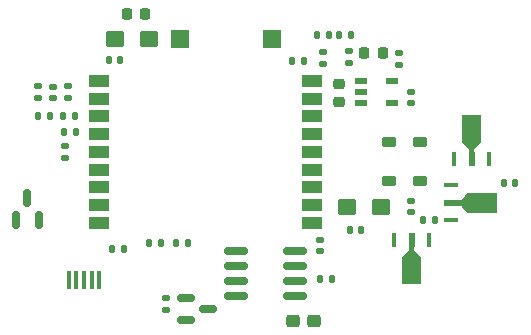
<source format=gtp>
G04 #@! TF.GenerationSoftware,KiCad,Pcbnew,8.0.1*
G04 #@! TF.CreationDate,2024-04-13T18:18:23+03:00*
G04 #@! TF.ProjectId,mains-detector,6d61696e-732d-4646-9574-6563746f722e,rev?*
G04 #@! TF.SameCoordinates,Original*
G04 #@! TF.FileFunction,Paste,Top*
G04 #@! TF.FilePolarity,Positive*
%FSLAX46Y46*%
G04 Gerber Fmt 4.6, Leading zero omitted, Abs format (unit mm)*
G04 Created by KiCad (PCBNEW 8.0.1) date 2024-04-13 18:18:23*
%MOMM*%
%LPD*%
G01*
G04 APERTURE LIST*
G04 Aperture macros list*
%AMRoundRect*
0 Rectangle with rounded corners*
0 $1 Rounding radius*
0 $2 $3 $4 $5 $6 $7 $8 $9 X,Y pos of 4 corners*
0 Add a 4 corners polygon primitive as box body*
4,1,4,$2,$3,$4,$5,$6,$7,$8,$9,$2,$3,0*
0 Add four circle primitives for the rounded corners*
1,1,$1+$1,$2,$3*
1,1,$1+$1,$4,$5*
1,1,$1+$1,$6,$7*
1,1,$1+$1,$8,$9*
0 Add four rect primitives between the rounded corners*
20,1,$1+$1,$2,$3,$4,$5,0*
20,1,$1+$1,$4,$5,$6,$7,0*
20,1,$1+$1,$6,$7,$8,$9,0*
20,1,$1+$1,$8,$9,$2,$3,0*%
%AMFreePoly0*
4,1,9,0.825500,0.127000,0.241300,-0.431800,0.241300,-1.854200,-0.241300,-1.854200,-0.241300,-0.406400,-0.825500,0.127000,-0.825500,2.590800,0.825500,2.590800,0.825500,0.127000,0.825500,0.127000,$1*%
G04 Aperture macros list end*
%ADD10C,0.000000*%
%ADD11R,0.431800X1.193800*%
%ADD12R,0.482600X1.193800*%
%ADD13R,1.193800X0.431800*%
%ADD14FreePoly0,270.000000*%
%ADD15RoundRect,0.140000X0.140000X0.170000X-0.140000X0.170000X-0.140000X-0.170000X0.140000X-0.170000X0*%
%ADD16RoundRect,0.135000X-0.185000X0.135000X-0.185000X-0.135000X0.185000X-0.135000X0.185000X0.135000X0*%
%ADD17RoundRect,0.150000X-0.825000X-0.150000X0.825000X-0.150000X0.825000X0.150000X-0.825000X0.150000X0*%
%ADD18RoundRect,0.218750X-0.218750X-0.256250X0.218750X-0.256250X0.218750X0.256250X-0.218750X0.256250X0*%
%ADD19RoundRect,0.135000X0.185000X-0.135000X0.185000X0.135000X-0.185000X0.135000X-0.185000X-0.135000X0*%
%ADD20RoundRect,0.150000X-0.587500X-0.150000X0.587500X-0.150000X0.587500X0.150000X-0.587500X0.150000X0*%
%ADD21RoundRect,0.225000X0.250000X-0.225000X0.250000X0.225000X-0.250000X0.225000X-0.250000X-0.225000X0*%
%ADD22RoundRect,0.135000X0.135000X0.185000X-0.135000X0.185000X-0.135000X-0.185000X0.135000X-0.185000X0*%
%ADD23RoundRect,0.150000X0.150000X-0.587500X0.150000X0.587500X-0.150000X0.587500X-0.150000X-0.587500X0*%
%ADD24RoundRect,0.140000X0.170000X-0.140000X0.170000X0.140000X-0.170000X0.140000X-0.170000X-0.140000X0*%
%ADD25RoundRect,0.140000X-0.170000X0.140000X-0.170000X-0.140000X0.170000X-0.140000X0.170000X0.140000X0*%
%ADD26RoundRect,0.250000X0.312500X0.275000X-0.312500X0.275000X-0.312500X-0.275000X0.312500X-0.275000X0*%
%ADD27RoundRect,0.140000X-0.140000X-0.170000X0.140000X-0.170000X0.140000X0.170000X-0.140000X0.170000X0*%
%ADD28RoundRect,0.250000X-0.537500X-0.425000X0.537500X-0.425000X0.537500X0.425000X-0.537500X0.425000X0*%
%ADD29RoundRect,0.225000X0.375000X-0.225000X0.375000X0.225000X-0.375000X0.225000X-0.375000X-0.225000X0*%
%ADD30RoundRect,0.135000X-0.135000X-0.185000X0.135000X-0.185000X0.135000X0.185000X-0.135000X0.185000X0*%
%ADD31RoundRect,0.250000X0.537500X0.425000X-0.537500X0.425000X-0.537500X-0.425000X0.537500X-0.425000X0*%
%ADD32R,0.977900X0.508000*%
%ADD33R,1.500000X1.500000*%
%ADD34R,0.400000X1.600000*%
%ADD35R,1.800000X1.100000*%
G04 APERTURE END LIST*
D10*
G36*
X47100100Y-14090300D02*
G01*
X46541300Y-14649100D01*
X46541300Y-14903100D01*
X46058700Y-14903100D01*
X46058700Y-14649100D01*
X45499900Y-14090300D01*
X45499900Y-11804300D01*
X47100100Y-11804300D01*
X47100100Y-14090300D01*
G37*
G36*
X48295700Y-20000100D02*
G01*
X46009700Y-20000100D01*
X45450900Y-19441300D01*
X45196900Y-19441300D01*
X45196900Y-18958700D01*
X45450900Y-18958700D01*
X46009700Y-18399900D01*
X48295700Y-18399900D01*
X48295700Y-20000100D01*
G37*
G36*
X41464603Y-23225300D02*
G01*
X42023403Y-23784100D01*
X42023403Y-26070100D01*
X40423203Y-26070100D01*
X40423203Y-23784100D01*
X40982003Y-23225300D01*
X40982003Y-22971300D01*
X41464603Y-22971300D01*
X41464603Y-23225300D01*
G37*
D11*
X44800000Y-15500000D03*
D12*
X46300000Y-15500000D03*
D11*
X47800000Y-15500000D03*
D13*
X44600000Y-17700000D03*
D14*
X45857300Y-19200000D03*
D13*
X44600000Y-20700000D03*
D11*
X42723303Y-22374400D03*
D12*
X41223303Y-22374400D03*
D11*
X39723303Y-22374400D03*
D15*
X16571803Y-7076500D03*
X15611803Y-7076500D03*
D16*
X12144803Y-9290000D03*
X12144803Y-10310000D03*
D17*
X26394803Y-23330000D03*
X26394803Y-24600000D03*
X26394803Y-25870000D03*
X26394803Y-27140000D03*
X31344803Y-27140000D03*
X31344803Y-25870000D03*
X31344803Y-24600000D03*
X31344803Y-23330000D03*
D18*
X37207303Y-6500000D03*
X38782303Y-6500000D03*
D16*
X11894803Y-14390000D03*
X11894803Y-15410000D03*
D19*
X35894803Y-7410000D03*
X35894803Y-6390000D03*
D20*
X22144803Y-27250000D03*
X22144803Y-29150000D03*
X24019803Y-28200000D03*
D21*
X35114803Y-10675000D03*
X35114803Y-9125000D03*
D22*
X36094803Y-5000000D03*
X35074803Y-5000000D03*
X34204803Y-5000000D03*
X33184803Y-5000000D03*
D23*
X7744803Y-20675000D03*
X9644803Y-20675000D03*
X8694803Y-18800000D03*
D19*
X40114803Y-7510000D03*
X40114803Y-6490000D03*
D24*
X41144803Y-10780000D03*
X41144803Y-9820000D03*
D18*
X17112500Y-3200000D03*
X18687500Y-3200000D03*
D25*
X33494803Y-22320000D03*
X33494803Y-23280000D03*
D26*
X32982303Y-29200000D03*
X31207303Y-29200000D03*
D27*
X49020000Y-17500000D03*
X49980000Y-17500000D03*
D22*
X32110000Y-7200000D03*
X31090000Y-7200000D03*
D28*
X16104303Y-5376500D03*
X18979303Y-5376500D03*
D19*
X9594803Y-10360000D03*
X9594803Y-9340000D03*
D22*
X12694803Y-11900000D03*
X11674803Y-11900000D03*
D24*
X41200000Y-20000000D03*
X41200000Y-19040000D03*
D29*
X39294803Y-17400000D03*
X39294803Y-14100000D03*
D30*
X33434803Y-25700000D03*
X34454803Y-25700000D03*
D31*
X38594803Y-19600000D03*
X35719803Y-19600000D03*
D15*
X43180000Y-20700000D03*
X42220000Y-20700000D03*
D16*
X33724803Y-6400000D03*
X33724803Y-7420000D03*
D15*
X36974803Y-21500000D03*
X36014803Y-21500000D03*
D32*
X36914803Y-8899998D03*
X36914803Y-9849999D03*
X36914803Y-10800000D03*
X39594503Y-10800000D03*
X39594503Y-8899998D03*
D24*
X10844803Y-10330000D03*
X10844803Y-9370000D03*
D19*
X20394803Y-28310000D03*
X20394803Y-27290000D03*
D22*
X12794803Y-13200000D03*
X11774803Y-13200000D03*
D30*
X15884803Y-23100000D03*
X16904803Y-23100000D03*
D33*
X29394803Y-5300000D03*
X21594803Y-5300000D03*
D29*
X41894803Y-17350000D03*
X41894803Y-14050000D03*
D30*
X21284803Y-22600000D03*
X22304803Y-22600000D03*
D34*
X12194803Y-25708000D03*
X12844803Y-25708000D03*
X13494803Y-25708000D03*
X14144803Y-25708000D03*
X14794803Y-25708000D03*
D35*
X14794803Y-8900000D03*
X14794803Y-10400000D03*
X14794803Y-11900000D03*
X14794803Y-13400000D03*
X14794803Y-14900000D03*
X14794803Y-16400000D03*
X14794803Y-17900000D03*
X14794803Y-19400000D03*
X14794803Y-20900000D03*
X32794803Y-20900000D03*
X32794803Y-19400000D03*
X32794803Y-17900000D03*
X32794803Y-16400000D03*
X32794803Y-14900000D03*
X32794803Y-13400000D03*
X32794803Y-11900000D03*
X32794803Y-10400000D03*
X32794803Y-8900000D03*
D22*
X20004803Y-22600000D03*
X18984803Y-22600000D03*
D30*
X9574803Y-11900000D03*
X10594803Y-11900000D03*
M02*

</source>
